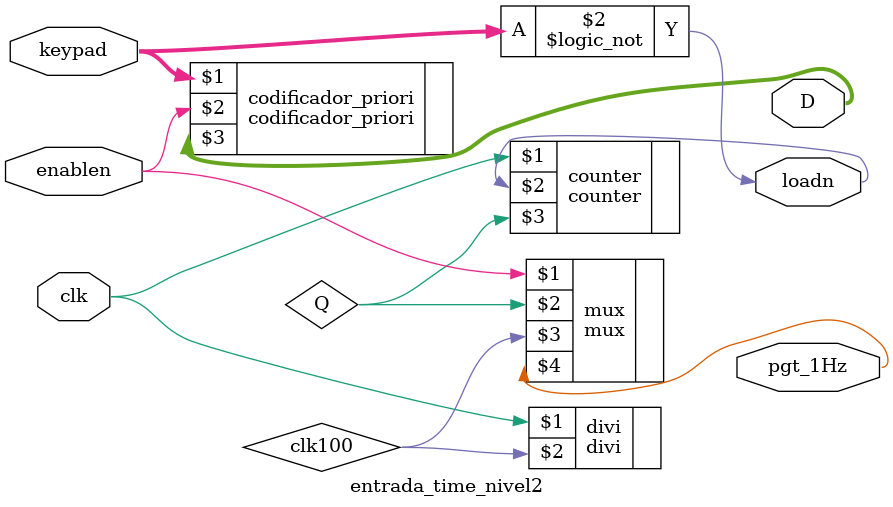
<source format=v>
`include "nivel2/entrada_time/nivel3/codificador_priori/codificador_priori.v"
`include "nivel2/entrada_time/nivel3/cont_assincrono/counter_assin.v"
`include "nivel2/entrada_time/nivel3/divisor_freq/divi.v"
`include "nivel2/entrada_time/nivel3/mux/mux.v"

module entrada_time_nivel2(input [9:0] keypad,
    input enablen,
    input clk,
    output [3:0] D,
    output loadn,
    output pgt_1Hz);

    wire clk100, Q;
    
    // Ao invés do codificador de prioridade ter o loadn como saída,
    // ele já é decidido por fora, ou seja, no nível 2,
    // quando é detectado se uma tecla foi pressionada ou não.
    reg keypad_pressed;
    
    initial keypad_pressed = 0;

    always @(keypad) begin
        if(keypad == 10'b00000_00000)
            keypad_pressed <= 0;
        else
            keypad_pressed <= 1;
    end

    assign loadn = ~keypad_pressed;

    codificador_priori codificador_priori(keypad, enablen, D);
    divi divi(clk, clk100);
    counter counter(clk, loadn, Q);
    mux mux(enablen, Q, clk100, pgt_1Hz);


endmodule
</source>
